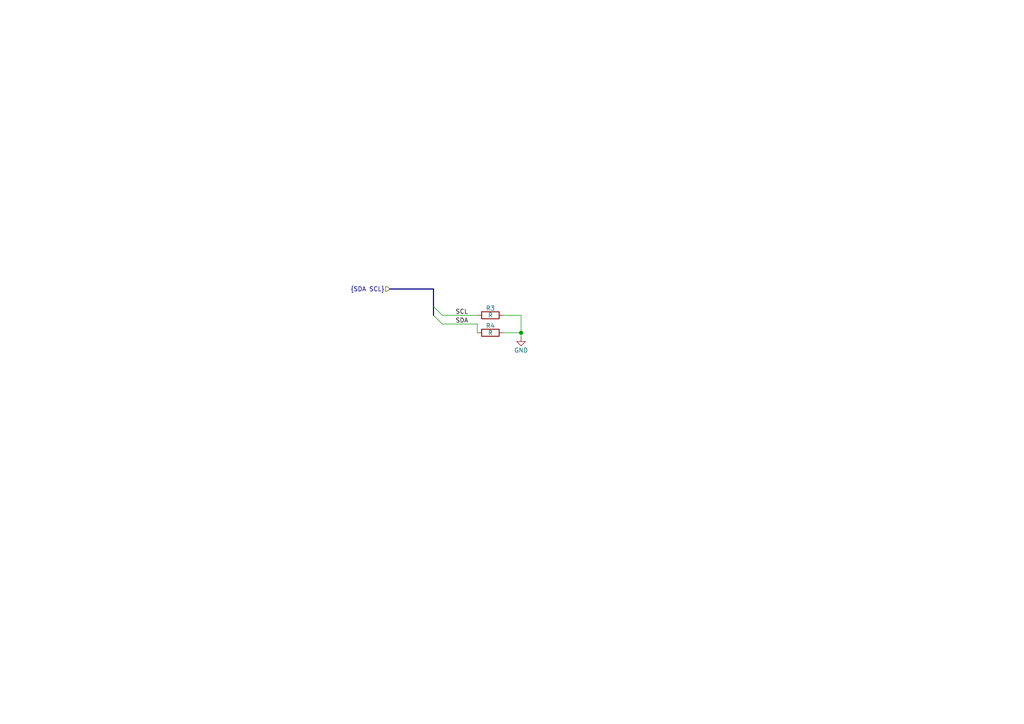
<source format=kicad_sch>
(kicad_sch (version 20210126) (generator eeschema)
  (paper "A4")
  (lib_symbols
    (symbol "Device:R" (pin_numbers hide) (pin_names (offset 0))
      (property "Reference" "R" (at 2.032 0 90))
      (property "Value" "R" (at 0 0 90))
      (symbol "R_0_1"
        (rectangle (start -1.016 -2.54) (end 1.016 2.54) (stroke (width 0.254)))
      )
      (symbol "R_1_1"
        (pin passive line (at 0 3.81 270) (length 1.27) (name "~") (number "1"))
        (pin passive line (at 0 -3.81 90) (length 1.27) (name "~") (number "2"))
      )
    )
    (symbol "power:GND" (power) (pin_names (offset 0))
      (property "Value" "GND" (at 0 -3.81 0))
      (symbol "GND_0_1"
        (polyline (pts (xy 0 0) (xy 0 -1.27) (xy 1.27 -1.27) (xy 0 -2.54) (xy -1.27 -1.27) (xy 0 -1.27)))
      )
      (symbol "GND_1_1"
        (pin power_in line (at 0 0 270) (length 0) hide (name "GND") (number "1"))
      )
    )
  )
  (junction (at 151.13 96.52) (diameter 1.016))
  (bus_entry (at 125.73 88.9) (size 2.54 2.54) (stroke (width 0.1524)))
  (bus_entry (at 125.73 91.44) (size 2.54 2.54) (stroke (width 0.1524)))
  (wire (pts (xy 128.27 91.44) (xy 138.43 91.44)))
  (wire (pts (xy 128.27 93.98) (xy 138.43 93.98)))
  (wire (pts (xy 138.43 93.98) (xy 138.43 96.52)))
  (wire (pts (xy 146.05 91.44) (xy 151.13 91.44)))
  (wire (pts (xy 146.05 96.52) (xy 151.13 96.52)))
  (wire (pts (xy 151.13 91.44) (xy 151.13 96.52)))
  (wire (pts (xy 151.13 96.52) (xy 151.13 97.79)))
  (bus (pts (xy 113.03 83.82) (xy 125.73 83.82)))
  (bus (pts (xy 125.73 83.82) (xy 125.73 88.9)))
  (bus (pts (xy 125.73 88.9) (xy 125.73 91.44)))
  (label "SCL" (at 132.08 91.44 0))
  (label "SDA" (at 132.08 93.98 0))
  (hierarchical_label "{SDA SCL}" (shape input) (at 113.03 83.82 180))
  (symbol (lib_id "power:GND") (at 151.13 97.79 0) (unit 1)
    (property "Reference" "#PWR02" (effects hide))
    (property "Value" "GND" (at 151.13 101.6 0))
  )
  (symbol (lib_id "Device:R") (at 142.24 91.44 90) (unit 1)
    (property "Reference" "R3" (at 142.24 89.408 90))
    (property "Value" "R" (at 142.24 91.44 90))
  )
  (symbol (lib_id "Device:R") (at 142.24 96.52 90) (unit 1)
    (property "Reference" "R4" (at 142.24 94.488 90))
    (property "Value" "R" (at 142.24 96.52 90))
  )
)
</source>
